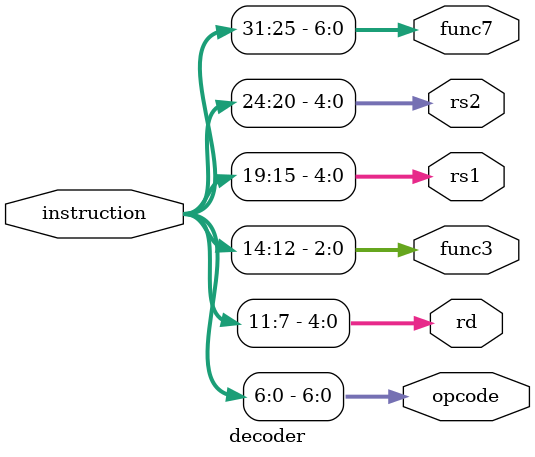
<source format=v>
module decoder(
    input [31:0] instruction,
    output [6:0] opcode,
    output [4:0] rd,
    output [2:0] func3,
    output [4:0] rs1,
    output [4:0] rs2,
    output [6:0] func7,
);
    assign opcode = instruction[6:0];
    assign rd = instruction[11:7];
    assign func3 = instruction[14:12];
    assign rs1 = instruction[19:15];
    assign rs2 = instruction[24:20];
    assign func7 = instruction[31:25];

endmodule
</source>
